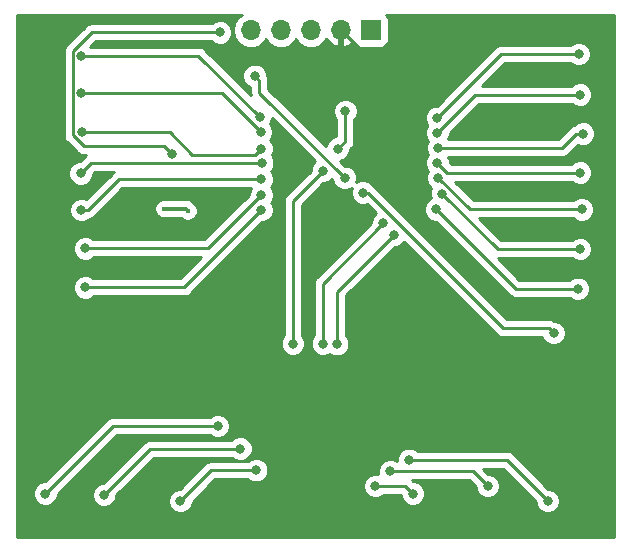
<source format=gbr>
G04 #@! TF.GenerationSoftware,KiCad,Pcbnew,(5.0.1-3-g963ef8bb5)*
G04 #@! TF.CreationDate,2018-12-19T16:23:04+08:00*
G04 #@! TF.ProjectId,24-LED-board,32342D4C45442D626F6172642E6B6963,1.0*
G04 #@! TF.SameCoordinates,Original*
G04 #@! TF.FileFunction,Copper,L2,Bot,Signal*
G04 #@! TF.FilePolarity,Positive*
%FSLAX46Y46*%
G04 Gerber Fmt 4.6, Leading zero omitted, Abs format (unit mm)*
G04 Created by KiCad (PCBNEW (5.0.1-3-g963ef8bb5)) date 2018 December 19, Wednesday 16:23:04*
%MOMM*%
%LPD*%
G01*
G04 APERTURE LIST*
G04 #@! TA.AperFunction,ComponentPad*
%ADD10R,1.700000X1.700000*%
G04 #@! TD*
G04 #@! TA.AperFunction,ComponentPad*
%ADD11O,1.700000X1.700000*%
G04 #@! TD*
G04 #@! TA.AperFunction,ViaPad*
%ADD12C,0.400000*%
G04 #@! TD*
G04 #@! TA.AperFunction,ViaPad*
%ADD13C,0.800000*%
G04 #@! TD*
G04 #@! TA.AperFunction,Conductor*
%ADD14C,0.380000*%
G04 #@! TD*
G04 #@! TA.AperFunction,Conductor*
%ADD15C,0.250000*%
G04 #@! TD*
G04 #@! TA.AperFunction,Conductor*
%ADD16C,0.254000*%
G04 #@! TD*
G04 APERTURE END LIST*
D10*
G04 #@! TO.P,J1,1*
G04 #@! TO.N,VCC*
X94234000Y-84582000D03*
D11*
G04 #@! TO.P,J1,2*
G04 #@! TO.N,GND*
X91694000Y-84582000D03*
G04 #@! TO.P,J1,3*
G04 #@! TO.N,/LATCH*
X89154000Y-84582000D03*
G04 #@! TO.P,J1,4*
G04 #@! TO.N,/CLOCK*
X86614000Y-84582000D03*
G04 #@! TO.P,J1,5*
G04 #@! TO.N,/DATA*
X84074000Y-84582000D03*
G04 #@! TD*
D12*
G04 #@! TO.N,VCC*
X76748000Y-99695000D03*
X78740000Y-99885500D03*
G04 #@! TO.N,GND*
X88519000Y-88959081D03*
X97853500Y-90741500D03*
X93980000Y-118110000D03*
D13*
G04 #@! TO.N,/led_1_2*
X70040500Y-106362500D03*
X84963000Y-99822000D03*
G04 #@! TO.N,/led_1_3*
X70040500Y-103060500D03*
X84963000Y-98552000D03*
G04 #@! TO.N,/led_1_4*
X69723000Y-99822000D03*
X84963000Y-97218500D03*
G04 #@! TO.N,/led_1_5*
X69659500Y-96710500D03*
X85031500Y-95826500D03*
G04 #@! TO.N,/led_1_6*
X69786500Y-93218000D03*
X84963000Y-94615000D03*
G04 #@! TO.N,/led_1_7*
X69723000Y-89916000D03*
X84899500Y-93218000D03*
G04 #@! TO.N,/led_1_8*
X69723000Y-86741000D03*
X69723000Y-86741000D03*
X84836000Y-91948000D03*
G04 #@! TO.N,/led_2_1*
X109728000Y-110236000D03*
X93560500Y-98356500D03*
G04 #@! TO.N,/led_2_2*
X111760000Y-106489500D03*
X111760000Y-106489500D03*
X99758500Y-99758500D03*
G04 #@! TO.N,/led_2_3*
X111950500Y-103124000D03*
X100261847Y-98429653D03*
G04 #@! TO.N,/led_2_4*
X112077500Y-99758500D03*
X112077500Y-99758500D03*
X99949000Y-97091500D03*
G04 #@! TO.N,/led_2_5*
X111950500Y-96647000D03*
X99860500Y-95826500D03*
G04 #@! TO.N,/led_2_6*
X112204500Y-93345000D03*
X99949000Y-94551500D03*
G04 #@! TO.N,/led_2_7*
X111950500Y-90043000D03*
X99860500Y-93276500D03*
G04 #@! TO.N,/led_2_8*
X111823500Y-86614000D03*
X99860500Y-92016500D03*
G04 #@! TO.N,/LATCH*
X90170000Y-111125000D03*
X95273470Y-100941530D03*
G04 #@! TO.N,/CLOCK*
X91381500Y-111183500D03*
X96225970Y-101894030D03*
G04 #@! TO.N,/DATA*
X81470500Y-84772500D03*
X77406500Y-95101500D03*
G04 #@! TO.N,/DATA_S*
X84391500Y-88455500D03*
X92011500Y-97091500D03*
G04 #@! TO.N,/KED Bank 3/led_3_1*
X81280000Y-118110000D03*
X66675000Y-123825000D03*
G04 #@! TO.N,/KED Bank 3/led_3_2*
X83185000Y-120015000D03*
X71632347Y-123947653D03*
G04 #@! TO.N,/KED Bank 3/led_3_3*
X84527653Y-121847347D03*
X78105000Y-124460000D03*
G04 #@! TO.N,/KED Bank 3/led_3_6*
X94615000Y-123190000D03*
X97790000Y-123825000D03*
G04 #@! TO.N,/KED Bank 3/led_3_7*
X95885000Y-121920000D03*
X104140000Y-123190000D03*
G04 #@! TO.N,/KED Bank 3/led_3_8*
X97472347Y-120967347D03*
X109220000Y-124460000D03*
G04 #@! TO.N,/KED Bank 3/DATA_H*
X87630000Y-111125000D03*
X90170000Y-96520000D03*
X91440000Y-94615000D03*
X92075000Y-91440000D03*
G04 #@! TD*
D14*
G04 #@! TO.N,VCC*
X78549500Y-99695000D02*
X78740000Y-99885500D01*
X76748000Y-99695000D02*
X78549500Y-99695000D01*
G04 #@! TO.N,GND*
X91694000Y-85784081D02*
X88519000Y-88959081D01*
X91694000Y-84582000D02*
X91694000Y-85784081D01*
X91694000Y-84582000D02*
X97853500Y-90741500D01*
D15*
G04 #@! TO.N,/led_1_2*
X70040500Y-106362500D02*
X78422500Y-106362500D01*
X78422500Y-106362500D02*
X84963000Y-99822000D01*
G04 #@! TO.N,/led_1_3*
X70040500Y-103060500D02*
X70606185Y-103060500D01*
X70606185Y-103060500D02*
X80454500Y-103060500D01*
X80454500Y-103060500D02*
X84963000Y-98552000D01*
G04 #@! TO.N,/led_1_4*
X70288685Y-99822000D02*
X72892185Y-97218500D01*
X69723000Y-99822000D02*
X70288685Y-99822000D01*
X72892185Y-97218500D02*
X84963000Y-97218500D01*
G04 #@! TO.N,/led_1_5*
X70543500Y-95826500D02*
X69659500Y-96710500D01*
X85031500Y-95826500D02*
X70543500Y-95826500D01*
G04 #@! TO.N,/led_1_6*
X69786500Y-93218000D02*
X77216000Y-93218000D01*
X77216000Y-93218000D02*
X79121000Y-95123000D01*
X84455000Y-95123000D02*
X84963000Y-94615000D01*
X79121000Y-95123000D02*
X84455000Y-95123000D01*
G04 #@! TO.N,/led_1_7*
X81597500Y-89916000D02*
X84899500Y-93218000D01*
X69723000Y-89916000D02*
X81597500Y-89916000D01*
G04 #@! TO.N,/led_1_8*
X69723000Y-86741000D02*
X79629000Y-86741000D01*
X79629000Y-86741000D02*
X84836000Y-91948000D01*
G04 #@! TO.N,/led_2_1*
X109328001Y-109836001D02*
X105454501Y-109836001D01*
X109728000Y-110236000D02*
X109328001Y-109836001D01*
X93975000Y-98356500D02*
X93560500Y-98356500D01*
X105454501Y-109836001D02*
X93975000Y-98356500D01*
G04 #@! TO.N,/led_2_2*
X111760000Y-106489500D02*
X106489500Y-106489500D01*
X106489500Y-106489500D02*
X99758500Y-99758500D01*
G04 #@! TO.N,/led_2_3*
X111950500Y-103124000D02*
X104965500Y-103124000D01*
X100266500Y-98425000D02*
X100261847Y-98429653D01*
X104965500Y-103124000D02*
X100261847Y-98429653D01*
G04 #@! TO.N,/led_2_4*
X112077500Y-99758500D02*
X102616000Y-99758500D01*
X102616000Y-99758500D02*
X99949000Y-97091500D01*
G04 #@! TO.N,/led_2_5*
X100681000Y-96647000D02*
X99860500Y-95826500D01*
X111950500Y-96647000D02*
X100681000Y-96647000D01*
G04 #@! TO.N,/led_2_6*
X111638815Y-93345000D02*
X110432315Y-94551500D01*
X112204500Y-93345000D02*
X111638815Y-93345000D01*
X110432315Y-94551500D02*
X99949000Y-94551500D01*
G04 #@! TO.N,/led_2_7*
X103094000Y-90043000D02*
X99860500Y-93276500D01*
X111950500Y-90043000D02*
X103094000Y-90043000D01*
G04 #@! TO.N,/led_2_8*
X105263000Y-86614000D02*
X99860500Y-92016500D01*
X111823500Y-86614000D02*
X105263000Y-86614000D01*
G04 #@! TO.N,/LATCH*
X90170000Y-106045000D02*
X95273470Y-100941530D01*
X90170000Y-111125000D02*
X90170000Y-106045000D01*
G04 #@! TO.N,/CLOCK*
X91381500Y-111183500D02*
X91381500Y-106738500D01*
X91381500Y-106738500D02*
X95885000Y-102235000D01*
X95885000Y-102235000D02*
X96225970Y-101894030D01*
G04 #@! TO.N,/DATA*
X68997999Y-86392999D02*
X70618498Y-84772500D01*
X68997999Y-93502501D02*
X68997999Y-86392999D01*
X69919998Y-94424500D02*
X68997999Y-93502501D01*
X70618498Y-84772500D02*
X81470500Y-84772500D01*
X76729500Y-94424500D02*
X77406500Y-95101500D01*
X69919998Y-94424500D02*
X76729500Y-94424500D01*
G04 #@! TO.N,/DATA_S*
X84791499Y-88855499D02*
X84791499Y-89871499D01*
X84391500Y-88455500D02*
X84791499Y-88855499D01*
X84791499Y-89871499D02*
X92011500Y-97091500D01*
G04 #@! TO.N,/KED Bank 3/led_3_1*
X81280000Y-118110000D02*
X72390000Y-118110000D01*
X72390000Y-118110000D02*
X66675000Y-123825000D01*
G04 #@! TO.N,/KED Bank 3/led_3_2*
X83185000Y-120015000D02*
X75565000Y-120015000D01*
X75565000Y-120015000D02*
X71755000Y-123825000D01*
X71755000Y-123825000D02*
X71632347Y-123947653D01*
G04 #@! TO.N,/KED Bank 3/led_3_3*
X84527653Y-121847347D02*
X80717653Y-121847347D01*
X80717653Y-121847347D02*
X78105000Y-124460000D01*
G04 #@! TO.N,/KED Bank 3/led_3_6*
X94615000Y-123190000D02*
X97155000Y-123190000D01*
X97155000Y-123190000D02*
X97790000Y-123825000D01*
G04 #@! TO.N,/KED Bank 3/led_3_7*
X95885000Y-121920000D02*
X102870000Y-121920000D01*
X102870000Y-121920000D02*
X104140000Y-123190000D01*
G04 #@! TO.N,/KED Bank 3/led_3_8*
X97472347Y-120967347D02*
X105727347Y-120967347D01*
X105727347Y-120967347D02*
X109220000Y-124460000D01*
G04 #@! TO.N,/KED Bank 3/DATA_H*
X87630000Y-111125000D02*
X87630000Y-99060000D01*
X87630000Y-99060000D02*
X90170000Y-96520000D01*
X91440000Y-94615000D02*
X92075000Y-93980000D01*
X92075000Y-93980000D02*
X92075000Y-91440000D01*
G04 #@! TD*
D16*
G04 #@! TO.N,GND*
G36*
X83003375Y-83511375D02*
X82675161Y-84002582D01*
X82559908Y-84582000D01*
X82675161Y-85161418D01*
X83003375Y-85652625D01*
X83494582Y-85980839D01*
X83927744Y-86067000D01*
X84220256Y-86067000D01*
X84653418Y-85980839D01*
X85144625Y-85652625D01*
X85344000Y-85354239D01*
X85543375Y-85652625D01*
X86034582Y-85980839D01*
X86467744Y-86067000D01*
X86760256Y-86067000D01*
X87193418Y-85980839D01*
X87684625Y-85652625D01*
X87884000Y-85354239D01*
X88083375Y-85652625D01*
X88574582Y-85980839D01*
X89007744Y-86067000D01*
X89300256Y-86067000D01*
X89733418Y-85980839D01*
X90224625Y-85652625D01*
X90437843Y-85333522D01*
X90498817Y-85463358D01*
X90927076Y-85853645D01*
X91337110Y-86023476D01*
X91567000Y-85902155D01*
X91567000Y-84709000D01*
X91547000Y-84709000D01*
X91547000Y-84455000D01*
X91567000Y-84455000D01*
X91567000Y-84435000D01*
X91821000Y-84435000D01*
X91821000Y-84455000D01*
X91841000Y-84455000D01*
X91841000Y-84709000D01*
X91821000Y-84709000D01*
X91821000Y-85902155D01*
X92050890Y-86023476D01*
X92460924Y-85853645D01*
X92765261Y-85576292D01*
X92785843Y-85679765D01*
X92926191Y-85889809D01*
X93136235Y-86030157D01*
X93384000Y-86079440D01*
X95084000Y-86079440D01*
X95331765Y-86030157D01*
X95541809Y-85889809D01*
X95682157Y-85679765D01*
X95731440Y-85432000D01*
X95731440Y-83732000D01*
X95682157Y-83484235D01*
X95549031Y-83285000D01*
X114835000Y-83285000D01*
X114835001Y-127535000D01*
X64235000Y-127535000D01*
X64235000Y-123619126D01*
X65640000Y-123619126D01*
X65640000Y-124030874D01*
X65797569Y-124411280D01*
X66088720Y-124702431D01*
X66469126Y-124860000D01*
X66880874Y-124860000D01*
X67261280Y-124702431D01*
X67552431Y-124411280D01*
X67710000Y-124030874D01*
X67710000Y-123864801D01*
X67833022Y-123741779D01*
X70597347Y-123741779D01*
X70597347Y-124153527D01*
X70754916Y-124533933D01*
X71046067Y-124825084D01*
X71426473Y-124982653D01*
X71838221Y-124982653D01*
X72218627Y-124825084D01*
X72509778Y-124533933D01*
X72625677Y-124254126D01*
X77070000Y-124254126D01*
X77070000Y-124665874D01*
X77227569Y-125046280D01*
X77518720Y-125337431D01*
X77899126Y-125495000D01*
X78310874Y-125495000D01*
X78691280Y-125337431D01*
X78982431Y-125046280D01*
X79140000Y-124665874D01*
X79140000Y-124499801D01*
X80655676Y-122984126D01*
X93580000Y-122984126D01*
X93580000Y-123395874D01*
X93737569Y-123776280D01*
X94028720Y-124067431D01*
X94409126Y-124225000D01*
X94820874Y-124225000D01*
X95201280Y-124067431D01*
X95318711Y-123950000D01*
X96755000Y-123950000D01*
X96755000Y-124030874D01*
X96912569Y-124411280D01*
X97203720Y-124702431D01*
X97584126Y-124860000D01*
X97995874Y-124860000D01*
X98376280Y-124702431D01*
X98667431Y-124411280D01*
X98825000Y-124030874D01*
X98825000Y-123619126D01*
X98667431Y-123238720D01*
X98376280Y-122947569D01*
X97995874Y-122790000D01*
X97829801Y-122790000D01*
X97745331Y-122705530D01*
X97728272Y-122680000D01*
X102555199Y-122680000D01*
X103105000Y-123229802D01*
X103105000Y-123395874D01*
X103262569Y-123776280D01*
X103553720Y-124067431D01*
X103934126Y-124225000D01*
X104345874Y-124225000D01*
X104726280Y-124067431D01*
X105017431Y-123776280D01*
X105175000Y-123395874D01*
X105175000Y-122984126D01*
X105017431Y-122603720D01*
X104726280Y-122312569D01*
X104345874Y-122155000D01*
X104179802Y-122155000D01*
X103752148Y-121727347D01*
X105412546Y-121727347D01*
X108185000Y-124499802D01*
X108185000Y-124665874D01*
X108342569Y-125046280D01*
X108633720Y-125337431D01*
X109014126Y-125495000D01*
X109425874Y-125495000D01*
X109806280Y-125337431D01*
X110097431Y-125046280D01*
X110255000Y-124665874D01*
X110255000Y-124254126D01*
X110097431Y-123873720D01*
X109806280Y-123582569D01*
X109425874Y-123425000D01*
X109259802Y-123425000D01*
X106317678Y-120482877D01*
X106275276Y-120419418D01*
X106023884Y-120251443D01*
X105802199Y-120207347D01*
X105802194Y-120207347D01*
X105727347Y-120192459D01*
X105652500Y-120207347D01*
X98176058Y-120207347D01*
X98058627Y-120089916D01*
X97678221Y-119932347D01*
X97266473Y-119932347D01*
X96886067Y-120089916D01*
X96594916Y-120381067D01*
X96437347Y-120761473D01*
X96437347Y-121028514D01*
X96090874Y-120885000D01*
X95679126Y-120885000D01*
X95298720Y-121042569D01*
X95007569Y-121333720D01*
X94850000Y-121714126D01*
X94850000Y-122125874D01*
X94870595Y-122175595D01*
X94820874Y-122155000D01*
X94409126Y-122155000D01*
X94028720Y-122312569D01*
X93737569Y-122603720D01*
X93580000Y-122984126D01*
X80655676Y-122984126D01*
X81032456Y-122607347D01*
X83823942Y-122607347D01*
X83941373Y-122724778D01*
X84321779Y-122882347D01*
X84733527Y-122882347D01*
X85113933Y-122724778D01*
X85405084Y-122433627D01*
X85562653Y-122053221D01*
X85562653Y-121641473D01*
X85405084Y-121261067D01*
X85113933Y-120969916D01*
X84733527Y-120812347D01*
X84321779Y-120812347D01*
X83941373Y-120969916D01*
X83823942Y-121087347D01*
X80792499Y-121087347D01*
X80717652Y-121072459D01*
X80642805Y-121087347D01*
X80642801Y-121087347D01*
X80421116Y-121131443D01*
X80358591Y-121173221D01*
X80233179Y-121257018D01*
X80233177Y-121257020D01*
X80169724Y-121299418D01*
X80127326Y-121362871D01*
X78065199Y-123425000D01*
X77899126Y-123425000D01*
X77518720Y-123582569D01*
X77227569Y-123873720D01*
X77070000Y-124254126D01*
X72625677Y-124254126D01*
X72667347Y-124153527D01*
X72667347Y-123987454D01*
X75879802Y-120775000D01*
X82481289Y-120775000D01*
X82598720Y-120892431D01*
X82979126Y-121050000D01*
X83390874Y-121050000D01*
X83771280Y-120892431D01*
X84062431Y-120601280D01*
X84220000Y-120220874D01*
X84220000Y-119809126D01*
X84062431Y-119428720D01*
X83771280Y-119137569D01*
X83390874Y-118980000D01*
X82979126Y-118980000D01*
X82598720Y-119137569D01*
X82481289Y-119255000D01*
X75639848Y-119255000D01*
X75565000Y-119240112D01*
X75490152Y-119255000D01*
X75490148Y-119255000D01*
X75316605Y-119289520D01*
X75268462Y-119299096D01*
X75081418Y-119424076D01*
X75017071Y-119467071D01*
X74974671Y-119530527D01*
X71592546Y-122912653D01*
X71426473Y-122912653D01*
X71046067Y-123070222D01*
X70754916Y-123361373D01*
X70597347Y-123741779D01*
X67833022Y-123741779D01*
X72704802Y-118870000D01*
X80576289Y-118870000D01*
X80693720Y-118987431D01*
X81074126Y-119145000D01*
X81485874Y-119145000D01*
X81866280Y-118987431D01*
X82157431Y-118696280D01*
X82315000Y-118315874D01*
X82315000Y-117904126D01*
X82157431Y-117523720D01*
X81866280Y-117232569D01*
X81485874Y-117075000D01*
X81074126Y-117075000D01*
X80693720Y-117232569D01*
X80576289Y-117350000D01*
X72464848Y-117350000D01*
X72390000Y-117335112D01*
X72315152Y-117350000D01*
X72315148Y-117350000D01*
X72093463Y-117394096D01*
X71842071Y-117562071D01*
X71799671Y-117625527D01*
X66635199Y-122790000D01*
X66469126Y-122790000D01*
X66088720Y-122947569D01*
X65797569Y-123238720D01*
X65640000Y-123619126D01*
X64235000Y-123619126D01*
X64235000Y-86392999D01*
X68223111Y-86392999D01*
X68238000Y-86467851D01*
X68237999Y-93427654D01*
X68223111Y-93502501D01*
X68237999Y-93577348D01*
X68237999Y-93577352D01*
X68282095Y-93799037D01*
X68450070Y-94050430D01*
X68513528Y-94092832D01*
X69329671Y-94908975D01*
X69372069Y-94972429D01*
X69435522Y-95014827D01*
X69435524Y-95014829D01*
X69512856Y-95066500D01*
X69623461Y-95140404D01*
X69845146Y-95184500D01*
X69845150Y-95184500D01*
X69919997Y-95199388D01*
X69994844Y-95184500D01*
X70136358Y-95184500D01*
X70111245Y-95201280D01*
X69995571Y-95278571D01*
X69953171Y-95342027D01*
X69619698Y-95675500D01*
X69453626Y-95675500D01*
X69073220Y-95833069D01*
X68782069Y-96124220D01*
X68624500Y-96504626D01*
X68624500Y-96916374D01*
X68782069Y-97296780D01*
X69073220Y-97587931D01*
X69453626Y-97745500D01*
X69865374Y-97745500D01*
X70245780Y-97587931D01*
X70536931Y-97296780D01*
X70694500Y-96916374D01*
X70694500Y-96750302D01*
X70858302Y-96586500D01*
X72470077Y-96586500D01*
X72344256Y-96670571D01*
X72301856Y-96734027D01*
X70155155Y-98880729D01*
X69928874Y-98787000D01*
X69517126Y-98787000D01*
X69136720Y-98944569D01*
X68845569Y-99235720D01*
X68688000Y-99616126D01*
X68688000Y-100027874D01*
X68845569Y-100408280D01*
X69136720Y-100699431D01*
X69517126Y-100857000D01*
X69928874Y-100857000D01*
X70309280Y-100699431D01*
X70442397Y-100566314D01*
X70585222Y-100537904D01*
X70836614Y-100369929D01*
X70879016Y-100306470D01*
X71490486Y-99695000D01*
X75906838Y-99695000D01*
X75913000Y-99725978D01*
X75913000Y-99861092D01*
X75964706Y-99985923D01*
X75970868Y-100016899D01*
X75988414Y-100043159D01*
X76040121Y-100167990D01*
X76135664Y-100263533D01*
X76153209Y-100289791D01*
X76179467Y-100307336D01*
X76275010Y-100402879D01*
X76399841Y-100454586D01*
X76426101Y-100472132D01*
X76457077Y-100478294D01*
X76581908Y-100530000D01*
X76914092Y-100530000D01*
X76938234Y-100520000D01*
X78193631Y-100520000D01*
X78267010Y-100593379D01*
X78391843Y-100645087D01*
X78418102Y-100662632D01*
X78449076Y-100668793D01*
X78573908Y-100720500D01*
X78709026Y-100720500D01*
X78740000Y-100726661D01*
X78770974Y-100720500D01*
X78906092Y-100720500D01*
X79030924Y-100668793D01*
X79061898Y-100662632D01*
X79088157Y-100645087D01*
X79212990Y-100593379D01*
X79308533Y-100497836D01*
X79334791Y-100480291D01*
X79352336Y-100454033D01*
X79447879Y-100358490D01*
X79499587Y-100233657D01*
X79517132Y-100207398D01*
X79523293Y-100176424D01*
X79575000Y-100051592D01*
X79575000Y-99916474D01*
X79581161Y-99885500D01*
X79575000Y-99854526D01*
X79575000Y-99719408D01*
X79523293Y-99594576D01*
X79517132Y-99563602D01*
X79499587Y-99537343D01*
X79447879Y-99412510D01*
X79212990Y-99177621D01*
X79189521Y-99167900D01*
X79144291Y-99100209D01*
X78871399Y-98917868D01*
X78630751Y-98870000D01*
X78630747Y-98870000D01*
X78549500Y-98853839D01*
X78468253Y-98870000D01*
X76938234Y-98870000D01*
X76914092Y-98860000D01*
X76581908Y-98860000D01*
X76457077Y-98911706D01*
X76426101Y-98917868D01*
X76399841Y-98935414D01*
X76275010Y-98987121D01*
X76179467Y-99082664D01*
X76153209Y-99100209D01*
X76135664Y-99126467D01*
X76040121Y-99222010D01*
X75988414Y-99346841D01*
X75970868Y-99373101D01*
X75964706Y-99404077D01*
X75913000Y-99528908D01*
X75913000Y-99664022D01*
X75906838Y-99695000D01*
X71490486Y-99695000D01*
X73206987Y-97978500D01*
X84080275Y-97978500D01*
X83928000Y-98346126D01*
X83928000Y-98512198D01*
X80139699Y-102300500D01*
X70744211Y-102300500D01*
X70626780Y-102183069D01*
X70246374Y-102025500D01*
X69834626Y-102025500D01*
X69454220Y-102183069D01*
X69163069Y-102474220D01*
X69005500Y-102854626D01*
X69005500Y-103266374D01*
X69163069Y-103646780D01*
X69454220Y-103937931D01*
X69834626Y-104095500D01*
X70246374Y-104095500D01*
X70626780Y-103937931D01*
X70744211Y-103820500D01*
X79889699Y-103820500D01*
X78107699Y-105602500D01*
X70744211Y-105602500D01*
X70626780Y-105485069D01*
X70246374Y-105327500D01*
X69834626Y-105327500D01*
X69454220Y-105485069D01*
X69163069Y-105776220D01*
X69005500Y-106156626D01*
X69005500Y-106568374D01*
X69163069Y-106948780D01*
X69454220Y-107239931D01*
X69834626Y-107397500D01*
X70246374Y-107397500D01*
X70626780Y-107239931D01*
X70744211Y-107122500D01*
X78347653Y-107122500D01*
X78422500Y-107137388D01*
X78497347Y-107122500D01*
X78497352Y-107122500D01*
X78719037Y-107078404D01*
X78970429Y-106910429D01*
X79012831Y-106846970D01*
X85002802Y-100857000D01*
X85168874Y-100857000D01*
X85549280Y-100699431D01*
X85840431Y-100408280D01*
X85998000Y-100027874D01*
X85998000Y-99616126D01*
X85840431Y-99235720D01*
X85791711Y-99187000D01*
X85840431Y-99138280D01*
X85998000Y-98757874D01*
X85998000Y-98346126D01*
X85840431Y-97965720D01*
X85759961Y-97885250D01*
X85840431Y-97804780D01*
X85998000Y-97424374D01*
X85998000Y-97012626D01*
X85840431Y-96632220D01*
X85764961Y-96556750D01*
X85908931Y-96412780D01*
X86066500Y-96032374D01*
X86066500Y-95620626D01*
X85908931Y-95240220D01*
X85849089Y-95180378D01*
X85998000Y-94820874D01*
X85998000Y-94409126D01*
X85840431Y-94028720D01*
X85696461Y-93884750D01*
X85776931Y-93804280D01*
X85934500Y-93423874D01*
X85934500Y-93012126D01*
X85776931Y-92631720D01*
X85696461Y-92551250D01*
X85713431Y-92534280D01*
X85871000Y-92153874D01*
X85871000Y-92025801D01*
X89535743Y-95690546D01*
X89292569Y-95933720D01*
X89135000Y-96314126D01*
X89135000Y-96480197D01*
X87145528Y-98469671D01*
X87082072Y-98512071D01*
X87039672Y-98575527D01*
X87039671Y-98575528D01*
X86914097Y-98763463D01*
X86855112Y-99060000D01*
X86870001Y-99134852D01*
X86870000Y-110421289D01*
X86752569Y-110538720D01*
X86595000Y-110919126D01*
X86595000Y-111330874D01*
X86752569Y-111711280D01*
X87043720Y-112002431D01*
X87424126Y-112160000D01*
X87835874Y-112160000D01*
X88216280Y-112002431D01*
X88507431Y-111711280D01*
X88665000Y-111330874D01*
X88665000Y-110919126D01*
X88507431Y-110538720D01*
X88390000Y-110421289D01*
X88390000Y-99374801D01*
X90209803Y-97555000D01*
X90375874Y-97555000D01*
X90756280Y-97397431D01*
X90976500Y-97177211D01*
X90976500Y-97297374D01*
X91134069Y-97677780D01*
X91425220Y-97968931D01*
X91805626Y-98126500D01*
X92217374Y-98126500D01*
X92597780Y-97968931D01*
X92602868Y-97963843D01*
X92525500Y-98150626D01*
X92525500Y-98562374D01*
X92683069Y-98942780D01*
X92974220Y-99233931D01*
X93354626Y-99391500D01*
X93766374Y-99391500D01*
X93885751Y-99342052D01*
X94647494Y-100103795D01*
X94396039Y-100355250D01*
X94238470Y-100735656D01*
X94238470Y-100901727D01*
X89685528Y-105454671D01*
X89622072Y-105497071D01*
X89579672Y-105560527D01*
X89579671Y-105560528D01*
X89454097Y-105748463D01*
X89395112Y-106045000D01*
X89410001Y-106119852D01*
X89410000Y-110421289D01*
X89292569Y-110538720D01*
X89135000Y-110919126D01*
X89135000Y-111330874D01*
X89292569Y-111711280D01*
X89583720Y-112002431D01*
X89964126Y-112160000D01*
X90375874Y-112160000D01*
X90742449Y-112008160D01*
X90795220Y-112060931D01*
X91175626Y-112218500D01*
X91587374Y-112218500D01*
X91967780Y-112060931D01*
X92258931Y-111769780D01*
X92416500Y-111389374D01*
X92416500Y-110977626D01*
X92258931Y-110597220D01*
X92141500Y-110479789D01*
X92141500Y-107053301D01*
X96265772Y-102929030D01*
X96431844Y-102929030D01*
X96812250Y-102771461D01*
X97063705Y-102520006D01*
X104864171Y-110320473D01*
X104906572Y-110383930D01*
X105157964Y-110551905D01*
X105379649Y-110596001D01*
X105379653Y-110596001D01*
X105454500Y-110610889D01*
X105529347Y-110596001D01*
X108756841Y-110596001D01*
X108850569Y-110822280D01*
X109141720Y-111113431D01*
X109522126Y-111271000D01*
X109933874Y-111271000D01*
X110314280Y-111113431D01*
X110605431Y-110822280D01*
X110763000Y-110441874D01*
X110763000Y-110030126D01*
X110605431Y-109649720D01*
X110314280Y-109358569D01*
X109933874Y-109201000D01*
X109745618Y-109201000D01*
X109624538Y-109120097D01*
X109402853Y-109076001D01*
X109402848Y-109076001D01*
X109328001Y-109061113D01*
X109253154Y-109076001D01*
X105769303Y-109076001D01*
X96245928Y-99552626D01*
X98723500Y-99552626D01*
X98723500Y-99964374D01*
X98881069Y-100344780D01*
X99172220Y-100635931D01*
X99552626Y-100793500D01*
X99718699Y-100793500D01*
X105899173Y-106973976D01*
X105941571Y-107037429D01*
X106005024Y-107079827D01*
X106005026Y-107079829D01*
X106091170Y-107137388D01*
X106192963Y-107205404D01*
X106414648Y-107249500D01*
X106414652Y-107249500D01*
X106489499Y-107264388D01*
X106564346Y-107249500D01*
X111056289Y-107249500D01*
X111173720Y-107366931D01*
X111554126Y-107524500D01*
X111965874Y-107524500D01*
X112346280Y-107366931D01*
X112637431Y-107075780D01*
X112795000Y-106695374D01*
X112795000Y-106283626D01*
X112637431Y-105903220D01*
X112346280Y-105612069D01*
X111965874Y-105454500D01*
X111554126Y-105454500D01*
X111173720Y-105612069D01*
X111056289Y-105729500D01*
X106804303Y-105729500D01*
X104972453Y-103897651D01*
X105040729Y-103884000D01*
X111246789Y-103884000D01*
X111364220Y-104001431D01*
X111744626Y-104159000D01*
X112156374Y-104159000D01*
X112536780Y-104001431D01*
X112827931Y-103710280D01*
X112985500Y-103329874D01*
X112985500Y-102918126D01*
X112827931Y-102537720D01*
X112536780Y-102246569D01*
X112156374Y-102089000D01*
X111744626Y-102089000D01*
X111364220Y-102246569D01*
X111246789Y-102364000D01*
X105279861Y-102364000D01*
X103430702Y-100518500D01*
X111373789Y-100518500D01*
X111491220Y-100635931D01*
X111871626Y-100793500D01*
X112283374Y-100793500D01*
X112663780Y-100635931D01*
X112954931Y-100344780D01*
X113112500Y-99964374D01*
X113112500Y-99552626D01*
X112954931Y-99172220D01*
X112663780Y-98881069D01*
X112283374Y-98723500D01*
X111871626Y-98723500D01*
X111491220Y-98881069D01*
X111373789Y-98998500D01*
X102930802Y-98998500D01*
X101339301Y-97407000D01*
X111246789Y-97407000D01*
X111364220Y-97524431D01*
X111744626Y-97682000D01*
X112156374Y-97682000D01*
X112536780Y-97524431D01*
X112827931Y-97233280D01*
X112985500Y-96852874D01*
X112985500Y-96441126D01*
X112827931Y-96060720D01*
X112536780Y-95769569D01*
X112156374Y-95612000D01*
X111744626Y-95612000D01*
X111364220Y-95769569D01*
X111246789Y-95887000D01*
X100995802Y-95887000D01*
X100895500Y-95786698D01*
X100895500Y-95620626D01*
X100767456Y-95311500D01*
X110357468Y-95311500D01*
X110432315Y-95326388D01*
X110507162Y-95311500D01*
X110507167Y-95311500D01*
X110728852Y-95267404D01*
X110980244Y-95099429D01*
X111022646Y-95035970D01*
X111772345Y-94286272D01*
X111998626Y-94380000D01*
X112410374Y-94380000D01*
X112790780Y-94222431D01*
X113081931Y-93931280D01*
X113239500Y-93550874D01*
X113239500Y-93139126D01*
X113081931Y-92758720D01*
X112790780Y-92467569D01*
X112410374Y-92310000D01*
X111998626Y-92310000D01*
X111618220Y-92467569D01*
X111485103Y-92600686D01*
X111390420Y-92619520D01*
X111342277Y-92629096D01*
X111194837Y-92727613D01*
X111090886Y-92797071D01*
X111048486Y-92860527D01*
X110117514Y-93791500D01*
X100767456Y-93791500D01*
X100895500Y-93482374D01*
X100895500Y-93316301D01*
X103408802Y-90803000D01*
X111246789Y-90803000D01*
X111364220Y-90920431D01*
X111744626Y-91078000D01*
X112156374Y-91078000D01*
X112536780Y-90920431D01*
X112827931Y-90629280D01*
X112985500Y-90248874D01*
X112985500Y-89837126D01*
X112827931Y-89456720D01*
X112536780Y-89165569D01*
X112156374Y-89008000D01*
X111744626Y-89008000D01*
X111364220Y-89165569D01*
X111246789Y-89283000D01*
X103668802Y-89283000D01*
X105577802Y-87374000D01*
X111119789Y-87374000D01*
X111237220Y-87491431D01*
X111617626Y-87649000D01*
X112029374Y-87649000D01*
X112409780Y-87491431D01*
X112700931Y-87200280D01*
X112858500Y-86819874D01*
X112858500Y-86408126D01*
X112700931Y-86027720D01*
X112409780Y-85736569D01*
X112029374Y-85579000D01*
X111617626Y-85579000D01*
X111237220Y-85736569D01*
X111119789Y-85854000D01*
X105337848Y-85854000D01*
X105263000Y-85839112D01*
X105188152Y-85854000D01*
X105188148Y-85854000D01*
X105014605Y-85888520D01*
X104966462Y-85898096D01*
X104779418Y-86023076D01*
X104715071Y-86066071D01*
X104672671Y-86129527D01*
X99820699Y-90981500D01*
X99654626Y-90981500D01*
X99274220Y-91139069D01*
X98983069Y-91430220D01*
X98825500Y-91810626D01*
X98825500Y-92222374D01*
X98983069Y-92602780D01*
X99026789Y-92646500D01*
X98983069Y-92690220D01*
X98825500Y-93070626D01*
X98825500Y-93482374D01*
X98983069Y-93862780D01*
X99078539Y-93958250D01*
X99071569Y-93965220D01*
X98914000Y-94345626D01*
X98914000Y-94757374D01*
X99071569Y-95137780D01*
X99078539Y-95144750D01*
X98983069Y-95240220D01*
X98825500Y-95620626D01*
X98825500Y-96032374D01*
X98983069Y-96412780D01*
X99073539Y-96503250D01*
X99071569Y-96505220D01*
X98914000Y-96885626D01*
X98914000Y-97297374D01*
X99071569Y-97677780D01*
X99341286Y-97947497D01*
X99226847Y-98223779D01*
X99226847Y-98635527D01*
X99305659Y-98825797D01*
X99172220Y-98881069D01*
X98881069Y-99172220D01*
X98723500Y-99552626D01*
X96245928Y-99552626D01*
X94565331Y-97872030D01*
X94522929Y-97808571D01*
X94382350Y-97714639D01*
X94146780Y-97479069D01*
X93766374Y-97321500D01*
X93354626Y-97321500D01*
X92974220Y-97479069D01*
X92969132Y-97484157D01*
X93046500Y-97297374D01*
X93046500Y-96885626D01*
X92888931Y-96505220D01*
X92597780Y-96214069D01*
X92217374Y-96056500D01*
X92051303Y-96056500D01*
X91644803Y-95650000D01*
X91645874Y-95650000D01*
X92026280Y-95492431D01*
X92317431Y-95201280D01*
X92475000Y-94820874D01*
X92475000Y-94654802D01*
X92559473Y-94570329D01*
X92622929Y-94527929D01*
X92790904Y-94276537D01*
X92835000Y-94054852D01*
X92835000Y-94054848D01*
X92849888Y-93980000D01*
X92835000Y-93905152D01*
X92835000Y-92143711D01*
X92952431Y-92026280D01*
X93110000Y-91645874D01*
X93110000Y-91234126D01*
X92952431Y-90853720D01*
X92661280Y-90562569D01*
X92280874Y-90405000D01*
X91869126Y-90405000D01*
X91488720Y-90562569D01*
X91197569Y-90853720D01*
X91040000Y-91234126D01*
X91040000Y-91645874D01*
X91197569Y-92026280D01*
X91315001Y-92143712D01*
X91315000Y-93580000D01*
X91234126Y-93580000D01*
X90853720Y-93737569D01*
X90562569Y-94028720D01*
X90405000Y-94409126D01*
X90405000Y-94410198D01*
X85551499Y-89556698D01*
X85551499Y-88930345D01*
X85566387Y-88855498D01*
X85551499Y-88780651D01*
X85551499Y-88780647D01*
X85507403Y-88558962D01*
X85426500Y-88437882D01*
X85426500Y-88249626D01*
X85268931Y-87869220D01*
X84977780Y-87578069D01*
X84597374Y-87420500D01*
X84185626Y-87420500D01*
X83805220Y-87578069D01*
X83514069Y-87869220D01*
X83356500Y-88249626D01*
X83356500Y-88661374D01*
X83514069Y-89041780D01*
X83805220Y-89332931D01*
X84031500Y-89426659D01*
X84031500Y-89796648D01*
X84016611Y-89871499D01*
X84031500Y-89946351D01*
X84061879Y-90099078D01*
X80219331Y-86256530D01*
X80176929Y-86193071D01*
X79925537Y-86025096D01*
X79703852Y-85981000D01*
X79703847Y-85981000D01*
X79629000Y-85966112D01*
X79554153Y-85981000D01*
X70484800Y-85981000D01*
X70933300Y-85532500D01*
X80766789Y-85532500D01*
X80884220Y-85649931D01*
X81264626Y-85807500D01*
X81676374Y-85807500D01*
X82056780Y-85649931D01*
X82347931Y-85358780D01*
X82505500Y-84978374D01*
X82505500Y-84566626D01*
X82347931Y-84186220D01*
X82056780Y-83895069D01*
X81676374Y-83737500D01*
X81264626Y-83737500D01*
X80884220Y-83895069D01*
X80766789Y-84012500D01*
X70693346Y-84012500D01*
X70618498Y-83997612D01*
X70543650Y-84012500D01*
X70543646Y-84012500D01*
X70370103Y-84047020D01*
X70321960Y-84056596D01*
X70134916Y-84181576D01*
X70070569Y-84224571D01*
X70028169Y-84288027D01*
X68513527Y-85802670D01*
X68450071Y-85845070D01*
X68407671Y-85908526D01*
X68407670Y-85908527D01*
X68282096Y-86096462D01*
X68223111Y-86392999D01*
X64235000Y-86392999D01*
X64235000Y-83285000D01*
X83342169Y-83285000D01*
X83003375Y-83511375D01*
X83003375Y-83511375D01*
G37*
X83003375Y-83511375D02*
X82675161Y-84002582D01*
X82559908Y-84582000D01*
X82675161Y-85161418D01*
X83003375Y-85652625D01*
X83494582Y-85980839D01*
X83927744Y-86067000D01*
X84220256Y-86067000D01*
X84653418Y-85980839D01*
X85144625Y-85652625D01*
X85344000Y-85354239D01*
X85543375Y-85652625D01*
X86034582Y-85980839D01*
X86467744Y-86067000D01*
X86760256Y-86067000D01*
X87193418Y-85980839D01*
X87684625Y-85652625D01*
X87884000Y-85354239D01*
X88083375Y-85652625D01*
X88574582Y-85980839D01*
X89007744Y-86067000D01*
X89300256Y-86067000D01*
X89733418Y-85980839D01*
X90224625Y-85652625D01*
X90437843Y-85333522D01*
X90498817Y-85463358D01*
X90927076Y-85853645D01*
X91337110Y-86023476D01*
X91567000Y-85902155D01*
X91567000Y-84709000D01*
X91547000Y-84709000D01*
X91547000Y-84455000D01*
X91567000Y-84455000D01*
X91567000Y-84435000D01*
X91821000Y-84435000D01*
X91821000Y-84455000D01*
X91841000Y-84455000D01*
X91841000Y-84709000D01*
X91821000Y-84709000D01*
X91821000Y-85902155D01*
X92050890Y-86023476D01*
X92460924Y-85853645D01*
X92765261Y-85576292D01*
X92785843Y-85679765D01*
X92926191Y-85889809D01*
X93136235Y-86030157D01*
X93384000Y-86079440D01*
X95084000Y-86079440D01*
X95331765Y-86030157D01*
X95541809Y-85889809D01*
X95682157Y-85679765D01*
X95731440Y-85432000D01*
X95731440Y-83732000D01*
X95682157Y-83484235D01*
X95549031Y-83285000D01*
X114835000Y-83285000D01*
X114835001Y-127535000D01*
X64235000Y-127535000D01*
X64235000Y-123619126D01*
X65640000Y-123619126D01*
X65640000Y-124030874D01*
X65797569Y-124411280D01*
X66088720Y-124702431D01*
X66469126Y-124860000D01*
X66880874Y-124860000D01*
X67261280Y-124702431D01*
X67552431Y-124411280D01*
X67710000Y-124030874D01*
X67710000Y-123864801D01*
X67833022Y-123741779D01*
X70597347Y-123741779D01*
X70597347Y-124153527D01*
X70754916Y-124533933D01*
X71046067Y-124825084D01*
X71426473Y-124982653D01*
X71838221Y-124982653D01*
X72218627Y-124825084D01*
X72509778Y-124533933D01*
X72625677Y-124254126D01*
X77070000Y-124254126D01*
X77070000Y-124665874D01*
X77227569Y-125046280D01*
X77518720Y-125337431D01*
X77899126Y-125495000D01*
X78310874Y-125495000D01*
X78691280Y-125337431D01*
X78982431Y-125046280D01*
X79140000Y-124665874D01*
X79140000Y-124499801D01*
X80655676Y-122984126D01*
X93580000Y-122984126D01*
X93580000Y-123395874D01*
X93737569Y-123776280D01*
X94028720Y-124067431D01*
X94409126Y-124225000D01*
X94820874Y-124225000D01*
X95201280Y-124067431D01*
X95318711Y-123950000D01*
X96755000Y-123950000D01*
X96755000Y-124030874D01*
X96912569Y-124411280D01*
X97203720Y-124702431D01*
X97584126Y-124860000D01*
X97995874Y-124860000D01*
X98376280Y-124702431D01*
X98667431Y-124411280D01*
X98825000Y-124030874D01*
X98825000Y-123619126D01*
X98667431Y-123238720D01*
X98376280Y-122947569D01*
X97995874Y-122790000D01*
X97829801Y-122790000D01*
X97745331Y-122705530D01*
X97728272Y-122680000D01*
X102555199Y-122680000D01*
X103105000Y-123229802D01*
X103105000Y-123395874D01*
X103262569Y-123776280D01*
X103553720Y-124067431D01*
X103934126Y-124225000D01*
X104345874Y-124225000D01*
X104726280Y-124067431D01*
X105017431Y-123776280D01*
X105175000Y-123395874D01*
X105175000Y-122984126D01*
X105017431Y-122603720D01*
X104726280Y-122312569D01*
X104345874Y-122155000D01*
X104179802Y-122155000D01*
X103752148Y-121727347D01*
X105412546Y-121727347D01*
X108185000Y-124499802D01*
X108185000Y-124665874D01*
X108342569Y-125046280D01*
X108633720Y-125337431D01*
X109014126Y-125495000D01*
X109425874Y-125495000D01*
X109806280Y-125337431D01*
X110097431Y-125046280D01*
X110255000Y-124665874D01*
X110255000Y-124254126D01*
X110097431Y-123873720D01*
X109806280Y-123582569D01*
X109425874Y-123425000D01*
X109259802Y-123425000D01*
X106317678Y-120482877D01*
X106275276Y-120419418D01*
X106023884Y-120251443D01*
X105802199Y-120207347D01*
X105802194Y-120207347D01*
X105727347Y-120192459D01*
X105652500Y-120207347D01*
X98176058Y-120207347D01*
X98058627Y-120089916D01*
X97678221Y-119932347D01*
X97266473Y-119932347D01*
X96886067Y-120089916D01*
X96594916Y-120381067D01*
X96437347Y-120761473D01*
X96437347Y-121028514D01*
X96090874Y-120885000D01*
X95679126Y-120885000D01*
X95298720Y-121042569D01*
X95007569Y-121333720D01*
X94850000Y-121714126D01*
X94850000Y-122125874D01*
X94870595Y-122175595D01*
X94820874Y-122155000D01*
X94409126Y-122155000D01*
X94028720Y-122312569D01*
X93737569Y-122603720D01*
X93580000Y-122984126D01*
X80655676Y-122984126D01*
X81032456Y-122607347D01*
X83823942Y-122607347D01*
X83941373Y-122724778D01*
X84321779Y-122882347D01*
X84733527Y-122882347D01*
X85113933Y-122724778D01*
X85405084Y-122433627D01*
X85562653Y-122053221D01*
X85562653Y-121641473D01*
X85405084Y-121261067D01*
X85113933Y-120969916D01*
X84733527Y-120812347D01*
X84321779Y-120812347D01*
X83941373Y-120969916D01*
X83823942Y-121087347D01*
X80792499Y-121087347D01*
X80717652Y-121072459D01*
X80642805Y-121087347D01*
X80642801Y-121087347D01*
X80421116Y-121131443D01*
X80358591Y-121173221D01*
X80233179Y-121257018D01*
X80233177Y-121257020D01*
X80169724Y-121299418D01*
X80127326Y-121362871D01*
X78065199Y-123425000D01*
X77899126Y-123425000D01*
X77518720Y-123582569D01*
X77227569Y-123873720D01*
X77070000Y-124254126D01*
X72625677Y-124254126D01*
X72667347Y-124153527D01*
X72667347Y-123987454D01*
X75879802Y-120775000D01*
X82481289Y-120775000D01*
X82598720Y-120892431D01*
X82979126Y-121050000D01*
X83390874Y-121050000D01*
X83771280Y-120892431D01*
X84062431Y-120601280D01*
X84220000Y-120220874D01*
X84220000Y-119809126D01*
X84062431Y-119428720D01*
X83771280Y-119137569D01*
X83390874Y-118980000D01*
X82979126Y-118980000D01*
X82598720Y-119137569D01*
X82481289Y-119255000D01*
X75639848Y-119255000D01*
X75565000Y-119240112D01*
X75490152Y-119255000D01*
X75490148Y-119255000D01*
X75316605Y-119289520D01*
X75268462Y-119299096D01*
X75081418Y-119424076D01*
X75017071Y-119467071D01*
X74974671Y-119530527D01*
X71592546Y-122912653D01*
X71426473Y-122912653D01*
X71046067Y-123070222D01*
X70754916Y-123361373D01*
X70597347Y-123741779D01*
X67833022Y-123741779D01*
X72704802Y-118870000D01*
X80576289Y-118870000D01*
X80693720Y-118987431D01*
X81074126Y-119145000D01*
X81485874Y-119145000D01*
X81866280Y-118987431D01*
X82157431Y-118696280D01*
X82315000Y-118315874D01*
X82315000Y-117904126D01*
X82157431Y-117523720D01*
X81866280Y-117232569D01*
X81485874Y-117075000D01*
X81074126Y-117075000D01*
X80693720Y-117232569D01*
X80576289Y-117350000D01*
X72464848Y-117350000D01*
X72390000Y-117335112D01*
X72315152Y-117350000D01*
X72315148Y-117350000D01*
X72093463Y-117394096D01*
X71842071Y-117562071D01*
X71799671Y-117625527D01*
X66635199Y-122790000D01*
X66469126Y-122790000D01*
X66088720Y-122947569D01*
X65797569Y-123238720D01*
X65640000Y-123619126D01*
X64235000Y-123619126D01*
X64235000Y-86392999D01*
X68223111Y-86392999D01*
X68238000Y-86467851D01*
X68237999Y-93427654D01*
X68223111Y-93502501D01*
X68237999Y-93577348D01*
X68237999Y-93577352D01*
X68282095Y-93799037D01*
X68450070Y-94050430D01*
X68513528Y-94092832D01*
X69329671Y-94908975D01*
X69372069Y-94972429D01*
X69435522Y-95014827D01*
X69435524Y-95014829D01*
X69512856Y-95066500D01*
X69623461Y-95140404D01*
X69845146Y-95184500D01*
X69845150Y-95184500D01*
X69919997Y-95199388D01*
X69994844Y-95184500D01*
X70136358Y-95184500D01*
X70111245Y-95201280D01*
X69995571Y-95278571D01*
X69953171Y-95342027D01*
X69619698Y-95675500D01*
X69453626Y-95675500D01*
X69073220Y-95833069D01*
X68782069Y-96124220D01*
X68624500Y-96504626D01*
X68624500Y-96916374D01*
X68782069Y-97296780D01*
X69073220Y-97587931D01*
X69453626Y-97745500D01*
X69865374Y-97745500D01*
X70245780Y-97587931D01*
X70536931Y-97296780D01*
X70694500Y-96916374D01*
X70694500Y-96750302D01*
X70858302Y-96586500D01*
X72470077Y-96586500D01*
X72344256Y-96670571D01*
X72301856Y-96734027D01*
X70155155Y-98880729D01*
X69928874Y-98787000D01*
X69517126Y-98787000D01*
X69136720Y-98944569D01*
X68845569Y-99235720D01*
X68688000Y-99616126D01*
X68688000Y-100027874D01*
X68845569Y-100408280D01*
X69136720Y-100699431D01*
X69517126Y-100857000D01*
X69928874Y-100857000D01*
X70309280Y-100699431D01*
X70442397Y-100566314D01*
X70585222Y-100537904D01*
X70836614Y-100369929D01*
X70879016Y-100306470D01*
X71490486Y-99695000D01*
X75906838Y-99695000D01*
X75913000Y-99725978D01*
X75913000Y-99861092D01*
X75964706Y-99985923D01*
X75970868Y-100016899D01*
X75988414Y-100043159D01*
X76040121Y-100167990D01*
X76135664Y-100263533D01*
X76153209Y-100289791D01*
X76179467Y-100307336D01*
X76275010Y-100402879D01*
X76399841Y-100454586D01*
X76426101Y-100472132D01*
X76457077Y-100478294D01*
X76581908Y-100530000D01*
X76914092Y-100530000D01*
X76938234Y-100520000D01*
X78193631Y-100520000D01*
X78267010Y-100593379D01*
X78391843Y-100645087D01*
X78418102Y-100662632D01*
X78449076Y-100668793D01*
X78573908Y-100720500D01*
X78709026Y-100720500D01*
X78740000Y-100726661D01*
X78770974Y-100720500D01*
X78906092Y-100720500D01*
X79030924Y-100668793D01*
X79061898Y-100662632D01*
X79088157Y-100645087D01*
X79212990Y-100593379D01*
X79308533Y-100497836D01*
X79334791Y-100480291D01*
X79352336Y-100454033D01*
X79447879Y-100358490D01*
X79499587Y-100233657D01*
X79517132Y-100207398D01*
X79523293Y-100176424D01*
X79575000Y-100051592D01*
X79575000Y-99916474D01*
X79581161Y-99885500D01*
X79575000Y-99854526D01*
X79575000Y-99719408D01*
X79523293Y-99594576D01*
X79517132Y-99563602D01*
X79499587Y-99537343D01*
X79447879Y-99412510D01*
X79212990Y-99177621D01*
X79189521Y-99167900D01*
X79144291Y-99100209D01*
X78871399Y-98917868D01*
X78630751Y-98870000D01*
X78630747Y-98870000D01*
X78549500Y-98853839D01*
X78468253Y-98870000D01*
X76938234Y-98870000D01*
X76914092Y-98860000D01*
X76581908Y-98860000D01*
X76457077Y-98911706D01*
X76426101Y-98917868D01*
X76399841Y-98935414D01*
X76275010Y-98987121D01*
X76179467Y-99082664D01*
X76153209Y-99100209D01*
X76135664Y-99126467D01*
X76040121Y-99222010D01*
X75988414Y-99346841D01*
X75970868Y-99373101D01*
X75964706Y-99404077D01*
X75913000Y-99528908D01*
X75913000Y-99664022D01*
X75906838Y-99695000D01*
X71490486Y-99695000D01*
X73206987Y-97978500D01*
X84080275Y-97978500D01*
X83928000Y-98346126D01*
X83928000Y-98512198D01*
X80139699Y-102300500D01*
X70744211Y-102300500D01*
X70626780Y-102183069D01*
X70246374Y-102025500D01*
X69834626Y-102025500D01*
X69454220Y-102183069D01*
X69163069Y-102474220D01*
X69005500Y-102854626D01*
X69005500Y-103266374D01*
X69163069Y-103646780D01*
X69454220Y-103937931D01*
X69834626Y-104095500D01*
X70246374Y-104095500D01*
X70626780Y-103937931D01*
X70744211Y-103820500D01*
X79889699Y-103820500D01*
X78107699Y-105602500D01*
X70744211Y-105602500D01*
X70626780Y-105485069D01*
X70246374Y-105327500D01*
X69834626Y-105327500D01*
X69454220Y-105485069D01*
X69163069Y-105776220D01*
X69005500Y-106156626D01*
X69005500Y-106568374D01*
X69163069Y-106948780D01*
X69454220Y-107239931D01*
X69834626Y-107397500D01*
X70246374Y-107397500D01*
X70626780Y-107239931D01*
X70744211Y-107122500D01*
X78347653Y-107122500D01*
X78422500Y-107137388D01*
X78497347Y-107122500D01*
X78497352Y-107122500D01*
X78719037Y-107078404D01*
X78970429Y-106910429D01*
X79012831Y-106846970D01*
X85002802Y-100857000D01*
X85168874Y-100857000D01*
X85549280Y-100699431D01*
X85840431Y-100408280D01*
X85998000Y-100027874D01*
X85998000Y-99616126D01*
X85840431Y-99235720D01*
X85791711Y-99187000D01*
X85840431Y-99138280D01*
X85998000Y-98757874D01*
X85998000Y-98346126D01*
X85840431Y-97965720D01*
X85759961Y-97885250D01*
X85840431Y-97804780D01*
X85998000Y-97424374D01*
X85998000Y-97012626D01*
X85840431Y-96632220D01*
X85764961Y-96556750D01*
X85908931Y-96412780D01*
X86066500Y-96032374D01*
X86066500Y-95620626D01*
X85908931Y-95240220D01*
X85849089Y-95180378D01*
X85998000Y-94820874D01*
X85998000Y-94409126D01*
X85840431Y-94028720D01*
X85696461Y-93884750D01*
X85776931Y-93804280D01*
X85934500Y-93423874D01*
X85934500Y-93012126D01*
X85776931Y-92631720D01*
X85696461Y-92551250D01*
X85713431Y-92534280D01*
X85871000Y-92153874D01*
X85871000Y-92025801D01*
X89535743Y-95690546D01*
X89292569Y-95933720D01*
X89135000Y-96314126D01*
X89135000Y-96480197D01*
X87145528Y-98469671D01*
X87082072Y-98512071D01*
X87039672Y-98575527D01*
X87039671Y-98575528D01*
X86914097Y-98763463D01*
X86855112Y-99060000D01*
X86870001Y-99134852D01*
X86870000Y-110421289D01*
X86752569Y-110538720D01*
X86595000Y-110919126D01*
X86595000Y-111330874D01*
X86752569Y-111711280D01*
X87043720Y-112002431D01*
X87424126Y-112160000D01*
X87835874Y-112160000D01*
X88216280Y-112002431D01*
X88507431Y-111711280D01*
X88665000Y-111330874D01*
X88665000Y-110919126D01*
X88507431Y-110538720D01*
X88390000Y-110421289D01*
X88390000Y-99374801D01*
X90209803Y-97555000D01*
X90375874Y-97555000D01*
X90756280Y-97397431D01*
X90976500Y-97177211D01*
X90976500Y-97297374D01*
X91134069Y-97677780D01*
X91425220Y-97968931D01*
X91805626Y-98126500D01*
X92217374Y-98126500D01*
X92597780Y-97968931D01*
X92602868Y-97963843D01*
X92525500Y-98150626D01*
X92525500Y-98562374D01*
X92683069Y-98942780D01*
X92974220Y-99233931D01*
X93354626Y-99391500D01*
X93766374Y-99391500D01*
X93885751Y-99342052D01*
X94647494Y-100103795D01*
X94396039Y-100355250D01*
X94238470Y-100735656D01*
X94238470Y-100901727D01*
X89685528Y-105454671D01*
X89622072Y-105497071D01*
X89579672Y-105560527D01*
X89579671Y-105560528D01*
X89454097Y-105748463D01*
X89395112Y-106045000D01*
X89410001Y-106119852D01*
X89410000Y-110421289D01*
X89292569Y-110538720D01*
X89135000Y-110919126D01*
X89135000Y-111330874D01*
X89292569Y-111711280D01*
X89583720Y-112002431D01*
X89964126Y-112160000D01*
X90375874Y-112160000D01*
X90742449Y-112008160D01*
X90795220Y-112060931D01*
X91175626Y-112218500D01*
X91587374Y-112218500D01*
X91967780Y-112060931D01*
X92258931Y-111769780D01*
X92416500Y-111389374D01*
X92416500Y-110977626D01*
X92258931Y-110597220D01*
X92141500Y-110479789D01*
X92141500Y-107053301D01*
X96265772Y-102929030D01*
X96431844Y-102929030D01*
X96812250Y-102771461D01*
X97063705Y-102520006D01*
X104864171Y-110320473D01*
X104906572Y-110383930D01*
X105157964Y-110551905D01*
X105379649Y-110596001D01*
X105379653Y-110596001D01*
X105454500Y-110610889D01*
X105529347Y-110596001D01*
X108756841Y-110596001D01*
X108850569Y-110822280D01*
X109141720Y-111113431D01*
X109522126Y-111271000D01*
X109933874Y-111271000D01*
X110314280Y-111113431D01*
X110605431Y-110822280D01*
X110763000Y-110441874D01*
X110763000Y-110030126D01*
X110605431Y-109649720D01*
X110314280Y-109358569D01*
X109933874Y-109201000D01*
X109745618Y-109201000D01*
X109624538Y-109120097D01*
X109402853Y-109076001D01*
X109402848Y-109076001D01*
X109328001Y-109061113D01*
X109253154Y-109076001D01*
X105769303Y-109076001D01*
X96245928Y-99552626D01*
X98723500Y-99552626D01*
X98723500Y-99964374D01*
X98881069Y-100344780D01*
X99172220Y-100635931D01*
X99552626Y-100793500D01*
X99718699Y-100793500D01*
X105899173Y-106973976D01*
X105941571Y-107037429D01*
X106005024Y-107079827D01*
X106005026Y-107079829D01*
X106091170Y-107137388D01*
X106192963Y-107205404D01*
X106414648Y-107249500D01*
X106414652Y-107249500D01*
X106489499Y-107264388D01*
X106564346Y-107249500D01*
X111056289Y-107249500D01*
X111173720Y-107366931D01*
X111554126Y-107524500D01*
X111965874Y-107524500D01*
X112346280Y-107366931D01*
X112637431Y-107075780D01*
X112795000Y-106695374D01*
X112795000Y-106283626D01*
X112637431Y-105903220D01*
X112346280Y-105612069D01*
X111965874Y-105454500D01*
X111554126Y-105454500D01*
X111173720Y-105612069D01*
X111056289Y-105729500D01*
X106804303Y-105729500D01*
X104972453Y-103897651D01*
X105040729Y-103884000D01*
X111246789Y-103884000D01*
X111364220Y-104001431D01*
X111744626Y-104159000D01*
X112156374Y-104159000D01*
X112536780Y-104001431D01*
X112827931Y-103710280D01*
X112985500Y-103329874D01*
X112985500Y-102918126D01*
X112827931Y-102537720D01*
X112536780Y-102246569D01*
X112156374Y-102089000D01*
X111744626Y-102089000D01*
X111364220Y-102246569D01*
X111246789Y-102364000D01*
X105279861Y-102364000D01*
X103430702Y-100518500D01*
X111373789Y-100518500D01*
X111491220Y-100635931D01*
X111871626Y-100793500D01*
X112283374Y-100793500D01*
X112663780Y-100635931D01*
X112954931Y-100344780D01*
X113112500Y-99964374D01*
X113112500Y-99552626D01*
X112954931Y-99172220D01*
X112663780Y-98881069D01*
X112283374Y-98723500D01*
X111871626Y-98723500D01*
X111491220Y-98881069D01*
X111373789Y-98998500D01*
X102930802Y-98998500D01*
X101339301Y-97407000D01*
X111246789Y-97407000D01*
X111364220Y-97524431D01*
X111744626Y-97682000D01*
X112156374Y-97682000D01*
X112536780Y-97524431D01*
X112827931Y-97233280D01*
X112985500Y-96852874D01*
X112985500Y-96441126D01*
X112827931Y-96060720D01*
X112536780Y-95769569D01*
X112156374Y-95612000D01*
X111744626Y-95612000D01*
X111364220Y-95769569D01*
X111246789Y-95887000D01*
X100995802Y-95887000D01*
X100895500Y-95786698D01*
X100895500Y-95620626D01*
X100767456Y-95311500D01*
X110357468Y-95311500D01*
X110432315Y-95326388D01*
X110507162Y-95311500D01*
X110507167Y-95311500D01*
X110728852Y-95267404D01*
X110980244Y-95099429D01*
X111022646Y-95035970D01*
X111772345Y-94286272D01*
X111998626Y-94380000D01*
X112410374Y-94380000D01*
X112790780Y-94222431D01*
X113081931Y-93931280D01*
X113239500Y-93550874D01*
X113239500Y-93139126D01*
X113081931Y-92758720D01*
X112790780Y-92467569D01*
X112410374Y-92310000D01*
X111998626Y-92310000D01*
X111618220Y-92467569D01*
X111485103Y-92600686D01*
X111390420Y-92619520D01*
X111342277Y-92629096D01*
X111194837Y-92727613D01*
X111090886Y-92797071D01*
X111048486Y-92860527D01*
X110117514Y-93791500D01*
X100767456Y-93791500D01*
X100895500Y-93482374D01*
X100895500Y-93316301D01*
X103408802Y-90803000D01*
X111246789Y-90803000D01*
X111364220Y-90920431D01*
X111744626Y-91078000D01*
X112156374Y-91078000D01*
X112536780Y-90920431D01*
X112827931Y-90629280D01*
X112985500Y-90248874D01*
X112985500Y-89837126D01*
X112827931Y-89456720D01*
X112536780Y-89165569D01*
X112156374Y-89008000D01*
X111744626Y-89008000D01*
X111364220Y-89165569D01*
X111246789Y-89283000D01*
X103668802Y-89283000D01*
X105577802Y-87374000D01*
X111119789Y-87374000D01*
X111237220Y-87491431D01*
X111617626Y-87649000D01*
X112029374Y-87649000D01*
X112409780Y-87491431D01*
X112700931Y-87200280D01*
X112858500Y-86819874D01*
X112858500Y-86408126D01*
X112700931Y-86027720D01*
X112409780Y-85736569D01*
X112029374Y-85579000D01*
X111617626Y-85579000D01*
X111237220Y-85736569D01*
X111119789Y-85854000D01*
X105337848Y-85854000D01*
X105263000Y-85839112D01*
X105188152Y-85854000D01*
X105188148Y-85854000D01*
X105014605Y-85888520D01*
X104966462Y-85898096D01*
X104779418Y-86023076D01*
X104715071Y-86066071D01*
X104672671Y-86129527D01*
X99820699Y-90981500D01*
X99654626Y-90981500D01*
X99274220Y-91139069D01*
X98983069Y-91430220D01*
X98825500Y-91810626D01*
X98825500Y-92222374D01*
X98983069Y-92602780D01*
X99026789Y-92646500D01*
X98983069Y-92690220D01*
X98825500Y-93070626D01*
X98825500Y-93482374D01*
X98983069Y-93862780D01*
X99078539Y-93958250D01*
X99071569Y-93965220D01*
X98914000Y-94345626D01*
X98914000Y-94757374D01*
X99071569Y-95137780D01*
X99078539Y-95144750D01*
X98983069Y-95240220D01*
X98825500Y-95620626D01*
X98825500Y-96032374D01*
X98983069Y-96412780D01*
X99073539Y-96503250D01*
X99071569Y-96505220D01*
X98914000Y-96885626D01*
X98914000Y-97297374D01*
X99071569Y-97677780D01*
X99341286Y-97947497D01*
X99226847Y-98223779D01*
X99226847Y-98635527D01*
X99305659Y-98825797D01*
X99172220Y-98881069D01*
X98881069Y-99172220D01*
X98723500Y-99552626D01*
X96245928Y-99552626D01*
X94565331Y-97872030D01*
X94522929Y-97808571D01*
X94382350Y-97714639D01*
X94146780Y-97479069D01*
X93766374Y-97321500D01*
X93354626Y-97321500D01*
X92974220Y-97479069D01*
X92969132Y-97484157D01*
X93046500Y-97297374D01*
X93046500Y-96885626D01*
X92888931Y-96505220D01*
X92597780Y-96214069D01*
X92217374Y-96056500D01*
X92051303Y-96056500D01*
X91644803Y-95650000D01*
X91645874Y-95650000D01*
X92026280Y-95492431D01*
X92317431Y-95201280D01*
X92475000Y-94820874D01*
X92475000Y-94654802D01*
X92559473Y-94570329D01*
X92622929Y-94527929D01*
X92790904Y-94276537D01*
X92835000Y-94054852D01*
X92835000Y-94054848D01*
X92849888Y-93980000D01*
X92835000Y-93905152D01*
X92835000Y-92143711D01*
X92952431Y-92026280D01*
X93110000Y-91645874D01*
X93110000Y-91234126D01*
X92952431Y-90853720D01*
X92661280Y-90562569D01*
X92280874Y-90405000D01*
X91869126Y-90405000D01*
X91488720Y-90562569D01*
X91197569Y-90853720D01*
X91040000Y-91234126D01*
X91040000Y-91645874D01*
X91197569Y-92026280D01*
X91315001Y-92143712D01*
X91315000Y-93580000D01*
X91234126Y-93580000D01*
X90853720Y-93737569D01*
X90562569Y-94028720D01*
X90405000Y-94409126D01*
X90405000Y-94410198D01*
X85551499Y-89556698D01*
X85551499Y-88930345D01*
X85566387Y-88855498D01*
X85551499Y-88780651D01*
X85551499Y-88780647D01*
X85507403Y-88558962D01*
X85426500Y-88437882D01*
X85426500Y-88249626D01*
X85268931Y-87869220D01*
X84977780Y-87578069D01*
X84597374Y-87420500D01*
X84185626Y-87420500D01*
X83805220Y-87578069D01*
X83514069Y-87869220D01*
X83356500Y-88249626D01*
X83356500Y-88661374D01*
X83514069Y-89041780D01*
X83805220Y-89332931D01*
X84031500Y-89426659D01*
X84031500Y-89796648D01*
X84016611Y-89871499D01*
X84031500Y-89946351D01*
X84061879Y-90099078D01*
X80219331Y-86256530D01*
X80176929Y-86193071D01*
X79925537Y-86025096D01*
X79703852Y-85981000D01*
X79703847Y-85981000D01*
X79629000Y-85966112D01*
X79554153Y-85981000D01*
X70484800Y-85981000D01*
X70933300Y-85532500D01*
X80766789Y-85532500D01*
X80884220Y-85649931D01*
X81264626Y-85807500D01*
X81676374Y-85807500D01*
X82056780Y-85649931D01*
X82347931Y-85358780D01*
X82505500Y-84978374D01*
X82505500Y-84566626D01*
X82347931Y-84186220D01*
X82056780Y-83895069D01*
X81676374Y-83737500D01*
X81264626Y-83737500D01*
X80884220Y-83895069D01*
X80766789Y-84012500D01*
X70693346Y-84012500D01*
X70618498Y-83997612D01*
X70543650Y-84012500D01*
X70543646Y-84012500D01*
X70370103Y-84047020D01*
X70321960Y-84056596D01*
X70134916Y-84181576D01*
X70070569Y-84224571D01*
X70028169Y-84288027D01*
X68513527Y-85802670D01*
X68450071Y-85845070D01*
X68407671Y-85908526D01*
X68407670Y-85908527D01*
X68282096Y-86096462D01*
X68223111Y-86392999D01*
X64235000Y-86392999D01*
X64235000Y-83285000D01*
X83342169Y-83285000D01*
X83003375Y-83511375D01*
G04 #@! TD*
M02*

</source>
